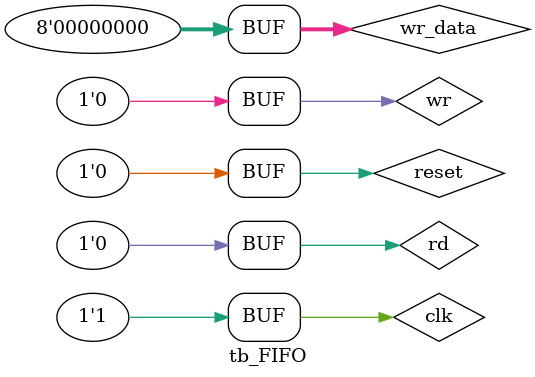
<source format=v>
module		FIFO (rd_data, empty, full, wr_data, clk, reset, rd, wr);

// parameters
parameter	B = 8; // number of bits in a word
parameter	W = 4; // number of address bits

// inputs and outputs
output 	[B-1:0]	rd_data;
output 		empty, full;
input	[B-1:0]	wr_data;
input		clk, reset;
input 		rd, wr;

// registers, arrays, pointers, status flags
reg 	[B-1:0]	array_reg [2**W-1:0]; ////////////
reg 	[W-1:0]	wr_ptr_reg, wr_ptr_next;
reg 	[W-1:0]	rd_ptr_reg, rd_ptr_next;
reg		full_reg, full_next;
reg		empty_reg, empty_next;

// state register
always@(posedge clk, posedge reset)
    if (reset)
	begin
	    wr_ptr_reg <= 0;
	    rd_ptr_reg <= 0;
	    full_reg <= 1'b0; 
	    empty_reg <= 1'b1; // initial state is empty
	end
    else
	begin
	    wr_ptr_reg <= wr_ptr_next;
	    rd_ptr_reg <= rd_ptr_next;
	    full_reg <= full_next;
	    empty_reg <= empty_next;
	end

// write operation
always@(posedge clk)
    if (wr&(~full_reg)) // write enabled, buffer not full
	array_reg[wr_ptr_reg] <= wr_data;

// read operation
assign rd_data = array_reg[rd_ptr_reg];

// next-state logic
always@*
    begin
	// default values
	rd_ptr_next = rd_ptr_reg; wr_ptr_next = wr_ptr_reg;
	full_next = full_reg; empty_next = empty_reg;
	// read or write    
	case({wr,rd})
	    2'b01: // read
		if (~empty_reg) // if buffer not empty
		    begin
			rd_ptr_next = rd_ptr_reg + 1;
			full_next = 1'b0; // after read, buffer is not full
			if (rd_ptr_next == wr_ptr_reg) // when 2 pointers equal
			    empty_next = 1'b1;
		    end
	    2'b10: // write
		if (~full_reg) // if buffer not full
		    begin
			wr_ptr_next = wr_ptr_reg + 1;
			empty_next = 1'b0; // after write, buffer is not empty
			if (wr_ptr_next == rd_ptr_reg) // when 2 pointers equal
			    full_next = 1'b1;
		    end
	    2'b11: // read and write
		begin
		    rd_ptr_next = rd_ptr_reg + 1; //1111 에서 하나 더커지면, 10000, 즉 0000으로 다시 돌아옴 그래서 자체적으로 써큘러가 됨
		    wr_ptr_next = wr_ptr_reg + 1;
		end
	    default: // no operation
		;
    endcase
end


// output logic
// rd_data is already described in ��
assign full = full_reg;
assign empty = empty_reg;

endmodule




module tb_FIFO;

parameter	B = 8; // number of bits in a word
parameter	W = 4; // number of address bits
reg	[B-1:0]	wr_data;
reg		clk, reset;
reg 		rd, wr;
wire 	[B-1:0]	rd_data;
wire 		empty, full;

FIFO UUT (rd_data, empty, full, wr_data, clk, reset, rd, wr);

always
    begin
	#0	clk = 0;
	#10	clk = 1;
	#10	;
    end

initial
    begin
	#0	reset = 0;
	#3	reset = 1;
	#3	reset = 0;
    end

initial
    begin
	#0	rd = 0; wr = 1; wr_data = 0;
	#20	rd = 0; wr = 1; wr_data = 2;
	#20	rd = 0; wr = 1; wr_data = 4;
	#20	rd = 0; wr = 1; wr_data = 6;
	#20	rd = 0; wr = 1; wr_data = 8;
	#20	rd = 1; wr = 0;
	#20	rd = 0; wr = 1; wr_data = 10;
	#20	rd = 0; wr = 1; wr_data = 12;
	#20	rd = 0; wr = 1; wr_data = 14;
	#20	rd = 0; wr = 1; wr_data = 16;
	#20	rd = 0; wr = 1; wr_data = 18;
	#20	rd = 0; wr = 1; wr_data = 20;
	#20	rd = 0; wr = 1; wr_data = 22;
	#20	rd = 0; wr = 1; wr_data = 24;
	#20	rd = 0; wr = 1; wr_data = 26;
	#20	rd = 0; wr = 1; wr_data = 28;
	#20	rd = 0; wr = 1; wr_data = 30;
	#20	rd = 0; wr = 1; wr_data = 32; // buffer full
	#20	rd = 0; wr = 1; wr_data = 34; // write ignored when buffer full
	#20	rd = 0; wr = 1; wr_data = 36; // write ignored when buffer full
	#20	rd = 1; wr = 0;
	#20	rd = 1; wr = 0;
	#20	rd = 1; wr = 0;
	#20	rd = 1; wr = 0;
	#20	rd = 1; wr = 0;
	#20	rd = 1; wr = 0;
	#20	rd = 1; wr = 0;
	#20	rd = 1; wr = 0;
	#20	rd = 1; wr = 0;
	#20	rd = 1; wr = 0;
	#20	rd = 1; wr = 0;
	#20	rd = 1; wr = 0;
	#20	rd = 1; wr = 0;
	#20	rd = 1; wr = 0;
	#20	rd = 1; wr = 0;
	#20	rd = 1; wr = 0; // buffer empty
	#20	rd = 1; wr = 0; // read ignored when buffer empty
	#20	rd = 1; wr = 0; // read ignored when buffer empty
	#20	rd = 0; wr = 1; wr_data = 100;
	#20	rd = 0; wr = 1; wr_data = 102;
	#20	rd = 0; wr = 1; wr_data = 104;
	#20	rd = 0; wr = 0; wr_data = 0; // end of simulation
    end

endmodule

</source>
